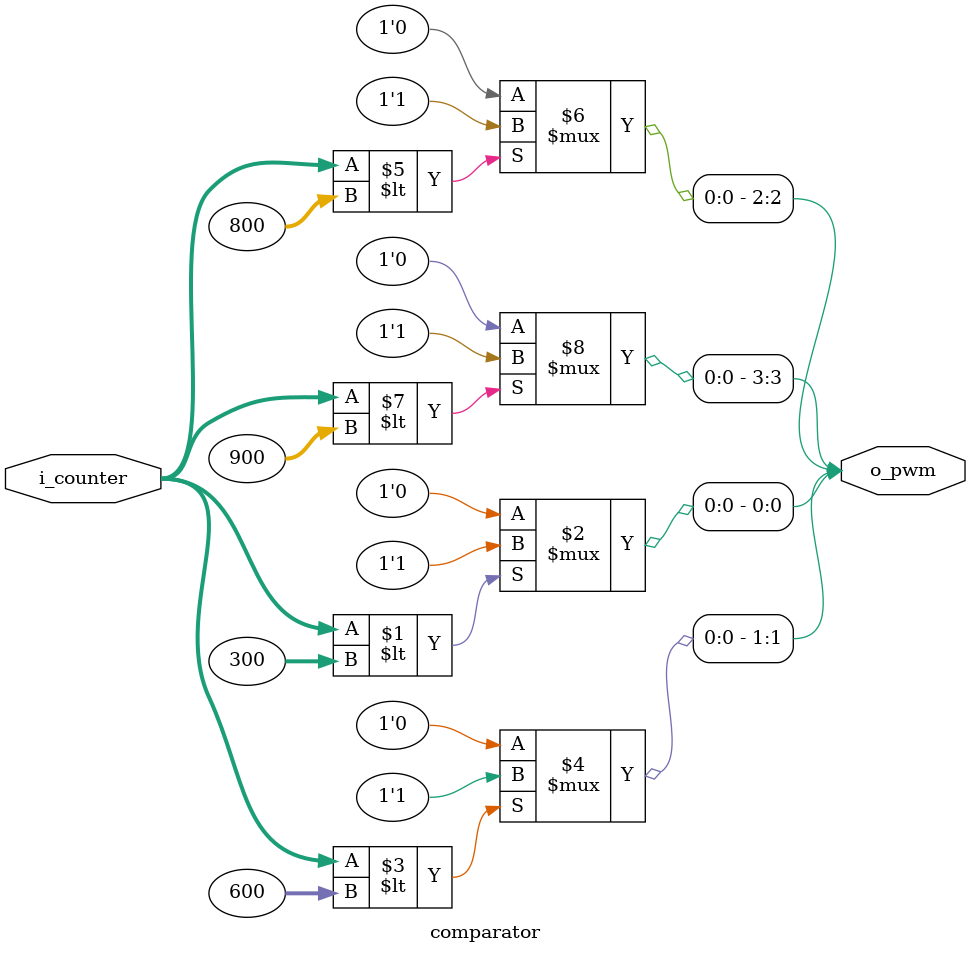
<source format=v>
`timescale 1ns / 1ps

module comparator(
        input[9:0] i_counter,// 0~999 counter
        output[3:0] o_pwm
    );

    assign o_pwm[0] = (i_counter < 300) ? 1'b1 : 1'b0;
    assign o_pwm[1] = (i_counter < 600) ? 1'b1 : 1'b0;
    assign o_pwm[2] = (i_counter < 800) ? 1'b1 : 1'b0;
    assign o_pwm[3] = (i_counter < 900) ? 1'b1 : 1'b0;
endmodule
</source>
